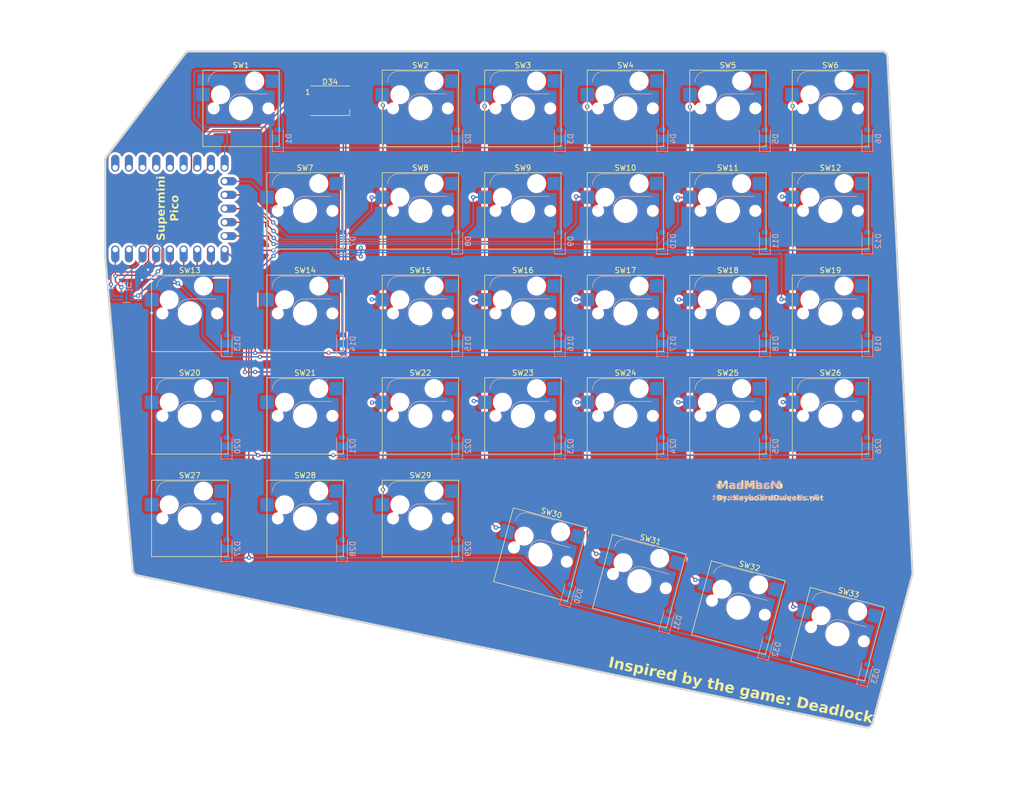
<source format=kicad_pcb>
(kicad_pcb (version 20221018) (generator pcbnew)
  (layers (0 "F.Cu" signal) (31 "B.Cu" signal) (34 "B.Paste" user) (35 "F.Paste" user) (36 "B.SilkS" user "B.Silkscreen") (37 "F.SilkS" user "F.Silkscreen") (38 "B.Mask" user) (39 "F.Mask" user) (44 "Edge.Cuts" user))
  (net 0 "")
  (net 1 "ROW0")
  (net 2 "Net-(D1-A)")
  (net 3 "Net-(D2-A)")
  (net 4 "Net-(D3-A)")
  (net 5 "Net-(D4-A)")
  (net 6 "Net-(D5-A)")
  (net 7 "Net-(D6-A)")
  (net 8 "ROW1")
  (net 9 "Net-(D7-A)")
  (net 10 "Net-(D8-A)")
  (net 11 "Net-(D9-A)")
  (net 12 "Net-(D10-A)")
  (net 13 "Net-(D11-A)")
  (net 14 "Net-(D12-A)")
  (net 15 "ROW2")
  (net 16 "Net-(D13-A)")
  (net 17 "Net-(D14-A)")
  (net 18 "Net-(D15-A)")
  (net 19 "Net-(D16-A)")
  (net 20 "Net-(D17-A)")
  (net 21 "Net-(D18-A)")
  (net 22 "Net-(D19-A)")
  (net 23 "ROW3")
  (net 24 "Net-(D20-A)")
  (net 25 "Net-(D21-A)")
  (net 26 "Net-(D22-A)")
  (net 27 "Net-(D23-A)")
  (net 28 "Net-(D24-A)")
  (net 29 "Net-(D25-A)")
  (net 30 "Net-(D26-A)")
  (net 31 "ROW4")
  (net 32 "Net-(D27-A)")
  (net 33 "Net-(D28-A)")
  (net 34 "Net-(D29-A)")
  (net 35 "Net-(D30-A)")
  (net 36 "Net-(D31-A)")
  (net 37 "Net-(D32-A)")
  (net 38 "Net-(D33-A)")
  (net 39 "GND")
  (net 40 "COL0")
  (net 41 "COL1")
  (net 42 "COL2")
  (net 43 "COL3")
  (net 44 "COL4")
  (net 45 "COL5")
  (net 46 "COL00")
  (net 55 "RGB")
  (net 56 "5v")
  (net 57 "RGBMCU")
  (net 58 "3v3")
  (footprint "PCM_Switch_Keyboard_Hotswap_Kailh:SW_Hotswap_Kailh_MX_1.25u" (layer "F.Cu") (at 88.10625 76.2)
    (fp_text reference "SW14")
    (fp_text value "SW_PUSH")
  )
  (footprint "PCM_Switch_Keyboard_Hotswap_Kailh:SW_Hotswap_Kailh_MX_1.00u" (layer "F.Cu") (at 66.675 76.2)
    (fp_text reference "SW13")
    (fp_text value "SW_PUSH")
  )
  (footprint "PCM_Switch_Keyboard_Hotswap_Kailh:SW_Hotswap_Kailh_MX_1.00u" (layer "F.Cu") (at 128.5875 95.25)
    (fp_text reference "SW23")
    (fp_text value "SW_PUSH")
  )
  (footprint "PCM_Switch_Keyboard_Hotswap_Kailh:SW_Hotswap_Kailh_MX_1.00u" (layer "F.Cu") (at 109.5375 38.1)
    (fp_text reference "SW2")
    (fp_text value "SW_PUSH")
  )
  (footprint "PCM_Switch_Keyboard_Hotswap_Kailh:SW_Hotswap_Kailh_MX_1.00u" (layer "F.Cu") (at 66.675 114.3)
    (fp_text reference "SW27")
    (fp_text value "SW_PUSH")
  )
  (footprint "PCM_Switch_Keyboard_Hotswap_Kailh:SW_Hotswap_Kailh_MX_1.00u" (layer "F.Cu") (at 166.6875 95.25)
    (fp_text reference "SW25")
    (fp_text value "SW_PUSH")
  )
  (footprint "PCM_Switch_Keyboard_Hotswap_Kailh:SW_Hotswap_Kailh_MX_1.00u" (layer "F.Cu") (at 109.5375 57.15)
    (fp_text reference "SW8")
    (fp_text value "SW_PUSH")
  )
  (footprint "PCM_Switch_Keyboard_Hotswap_Kailh:SW_Hotswap_Kailh_MX_1.50u_90deg" (layer "F.Cu") (at 187.02852 135.825122 -15)
    (fp_text reference "SW33")
    (fp_text value "SW_PUSH")
  )
  (footprint "PCM_Switch_Keyboard_Hotswap_Kailh:SW_Hotswap_Kailh_MX_1.00u" (layer "F.Cu") (at 109.5375 114.3)
    (fp_text reference "SW29")
    (fp_text value "SW_PUSH")
  )
  (footprint "PCM_Switch_Keyboard_Hotswap_Kailh:SW_Hotswap_Kailh_MX_1.00u" (layer "F.Cu") (at 128.5875 38.1)
    (fp_text reference "SW3")
    (fp_text value "SW_PUSH")
  )
  (footprint "PCM_Switch_Keyboard_Hotswap_Kailh:SW_Hotswap_Kailh_MX_1.00u" (layer "F.Cu") (at 109.5375 95.25)
    (fp_text reference "SW22")
    (fp_text value "SW_PUSH")
  )
  (footprint "PCM_Switch_Keyboard_Hotswap_Kailh:SW_Hotswap_Kailh_MX_1.00u" (layer "F.Cu") (at 66.675 95.25)
    (fp_text reference "SW20")
    (fp_text value "SW_PUSH")
  )
  (footprint "PCM_Switch_Keyboard_Hotswap_Kailh:SW_Hotswap_Kailh_MX_1.25u" (layer "F.Cu") (at 88.10625 95.25)
    (fp_text reference "SW21")
    (fp_text value "SW_PUSH")
  )
  (footprint "PCM_Switch_Keyboard_Hotswap_Kailh:SW_Hotswap_Kailh_MX_1.00u" (layer "F.Cu") (at 109.5375 76.2)
    (fp_text reference "SW15")
    (fp_text value "SW_PUSH")
  )
  (footprint "PCM_Switch_Keyboard_Hotswap_Kailh:SW_Hotswap_Kailh_MX_1.25u" (layer "F.Cu") (at 88.10625 57.15)
    (fp_text reference "SW7")
    (fp_text value "SW_PUSH")
  )
  (footprint "PCM_Switch_Keyboard_Hotswap_Kailh:SW_Hotswap_Kailh_MX_1.00u" (layer "F.Cu") (at 185.7375 76.2)
    (fp_text reference "SW19")
    (fp_text value "SW_PUSH")
  )
  (footprint "PCM_Switch_Keyboard_Hotswap_Kailh:SW_Hotswap_Kailh_MX_1.00u" (layer "F.Cu") (at 185.7375 95.25)
    (fp_text reference "SW26")
    (fp_text value "SW_PUSH")
  )
  (footprint "PCM_Switch_Keyboard_Hotswap_Kailh:SW_Hotswap_Kailh_MX_1.00u" (layer "F.Cu") (at 128.5875 76.2)
    (fp_text reference "SW16")
    (fp_text value "SW_PUSH")
  )
  (footprint "PCM_Switch_Keyboard_Hotswap_Kailh:SW_Hotswap_Kailh_MX_1.50u_90deg" (layer "F.Cu") (at 168.627633 130.89462 -15)
    (fp_text reference "SW32")
    (fp_text value "SW_PUSH")
  )
  (footprint "PCM_Switch_Keyboard_Hotswap_Kailh:SW_Hotswap_Kailh_MX_1.50u_90deg" (layer "F.Cu") (at 131.825859 121.033614 -15)
    (fp_text reference "SW30")
    (fp_text value "SW_PUSH")
  )
  (footprint "PCM_Switch_Keyboard_Hotswap_Kailh:SW_Hotswap_Kailh_MX_1.00u" (layer "F.Cu") (at 166.6875 57.15)
    (fp_text reference "SW11")
    (fp_text value "SW_PUSH")
  )
  (footprint "PCM_Switch_Keyboard_Hotswap_Kailh:SW_Hotswap_Kailh_MX_1.00u" (layer "F.Cu") (at 147.6375 76.2)
    (fp_text reference "SW17")
    (fp_text value "SW_PUSH")
  )
  (footprint "PCM_Switch_Keyboard_Hotswap_Kailh:SW_Hotswap_Kailh_MX_1.00u" (layer "F.Cu") (at 185.7375 57.15)
    (fp_text reference "SW12")
    (fp_text value "SW_PUSH")
  )
  (footprint "PCM_Switch_Keyboard_Hotswap_Kailh:SW_Hotswap_Kailh_MX_1.00u" (layer "F.Cu") (at 128.5875 57.15)
    (fp_text reference "SW9")
    (fp_text value "SW_PUSH")
  )
  (footprint "PCM_Switch_Keyboard_Hotswap_Kailh:SW_Hotswap_Kailh_MX_1.50u_90deg" (layer "F.Cu") (at 150.226746 125.964117 -15)
    (fp_text reference "SW31")
    (fp_text value "SW_PUSH")
  )
  (footprint "PCM_Switch_Keyboard_Hotswap_Kailh:SW_Hotswap_Kailh_MX_1.25u" (layer "F.Cu") (at 88.10625 114.3)
    (fp_text reference "SW28")
    (fp_text value "SW_PUSH")
  )
  (footprint "PCM_Switch_Keyboard_Hotswap_Kailh:SW_Hotswap_Kailh_MX_1.00u" (layer "F.Cu") (at 185.7375 38.1)
    (fp_text reference "SW6")
    (fp_text value "SW_PUSH")
  )
  (footprint "mcu:rp2040-zero-tht-nocut-largerpads" (layer "F.Cu") (at 62.99 56.72 90)
    (fp_text reference "U1" hide)
    (fp_text value "rp2040-zero" hide)
  )
  (footprint "PCM_Switch_Keyboard_Hotswap_Kailh:SW_Hotswap_Kailh_MX_1.00u" (layer "F.Cu") (at 166.6875 38.1)
    (fp_text reference "SW5")
    (fp_text value "SW_PUSH")
  )
  (footprint "PCM_Switch_Keyboard_Hotswap_Kailh:SW_Hotswap_Kailh_MX_1.00u" (layer "F.Cu") (at 76.2 38.1)
    (fp_text reference "SW1")
    (fp_text value "SW_PUSH")
  )
  (footprint "PCM_Switch_Keyboard_Hotswap_Kailh:SW_Hotswap_Kailh_MX_1.00u" (layer "F.Cu") (at 147.6375 57.15)
    (fp_text reference "SW10")
    (fp_text value "SW_PUSH")
  )
  (footprint "PCM_Switch_Keyboard_Hotswap_Kailh:SW_Hotswap_Kailh_MX_1.00u" (layer "F.Cu") (at 147.6375 38.1)
    (fp_text reference "SW4")
    (fp_text value "SW_PUSH")
  )
  (footprint "LED_SMD:LED_WS2812B_PLCC4_5.0x5.0mm_P3.2mm" (layer "F.Cu") (at 92.76 36.68)
    (fp_text reference "D34")
    (fp_text value "WS2812B")
  )
  (footprint "PCM_Switch_Keyboard_Hotswap_Kailh:SW_Hotswap_Kailh_MX_1.00u" (layer "F.Cu") (at 147.6375 95.25)
    (fp_text reference "SW24")
    (fp_text value "SW_PUSH")
  )
  (footprint "PCM_Switch_Keyboard_Hotswap_Kailh:SW_Hotswap_Kailh_MX_1.00u" (layer "F.Cu") (at 166.6875 76.2)
    (fp_text reference "SW18")
    (fp_text value "SW_PUSH")
  )
  (footprint "Diode_SMD:D_SOD-123" (layer "B.Cu") (at 135.4475 62.79 90)
    (fp_text reference "D9")
    (fp_text value "1N4148W")
  )
  (footprint "Diode_SMD:D_SOD-123" (layer "B.Cu") (at 192.5975 43.74 90)
    (fp_text reference "D6")
    (fp_text value "1N4148W")
  )
  (footprint "Diode_SMD:D_SOD-123" (layer "B.Cu") (at 73.535 119.94 90)
    (fp_text reference "D27")
    (fp_text value "1N4148W")
  )
  (footprint "Diode_SMD:D_SOD-123" (layer "B.Cu") (at 116.3975 81.84 90)
    (fp_text reference "D15")
    (fp_text value "1N4148W")
  )
  (footprint "Diode_SMD:D_SOD-123" (layer "B.Cu") (at 83.06 43.74 90)
    (fp_text reference "D1")
    (fp_text value "1N4148W")
  )
  (footprint "Diode_SMD:D_SOD-123" (layer "B.Cu") (at 173.794144 138.11794 75)
    (fp_text reference "D32")
    (fp_text value "1N4148W")
  )
  (footprint "Diode_SMD:D_SOD-123" (layer "B.Cu") (at 116.3975 100.89 90)
    (fp_text reference "D22")
    (fp_text value "1N4148W")
  )
  (footprint "Diode_SMD:D_SOD-123" (layer "B.Cu") (at 192.5975 100.89 90)
    (fp_text reference "D26")
    (fp_text value "1N4148W")
  )
  (footprint "Package_TO_SOT_SMD:SOT-363_SC-70-6" (layer "B.Cu") (at 54.93 72.99 180)
    (fp_text reference "U2")
    (fp_text value "SN74LVC1T45DCK")
  )
  (footprint "Diode_SMD:D_SOD-123" (layer "B.Cu") (at 94.96625 62.79 90)
    (fp_text reference "D7")
    (fp_text value "1N4148W")
  )
  (footprint "Diode_SMD:D_SOD-123" (layer "B.Cu") (at 94.96625 100.89 90)
    (fp_text reference "D21")
    (fp_text value "1N4148W")
  )
  (footprint "Diode_SMD:D_SOD-123" (layer "B.Cu") (at 116.3975 119.94 90)
    (fp_text reference "D29")
    (fp_text value "1N4148W")
  )
  (footprint "Diode_SMD:D_SOD-123" (layer "B.Cu") (at 173.5475 100.89 90)
    (fp_text reference "D25")
    (fp_text value "1N4148W")
  )
  (footprint "Diode_SMD:D_SOD-123" (layer "B.Cu") (at 116.3975 62.79 90)
    (fp_text reference "D8")
    (fp_text value "1N4148W")
  )
  (footprint "Diode_SMD:D_SOD-123" (layer "B.Cu") (at 173.5475 62.79 90)
    (fp_text reference "D11")
    (fp_text value "1N4148W")
  )
  (footprint "Diode_SMD:D_SOD-123" (layer "B.Cu") (at 135.4475 43.74 90)
    (fp_text reference "D3")
    (fp_text value "1N4148W")
  )
  (footprint "Diode_SMD:D_SOD-123" (layer "B.Cu") (at 135.4475 100.89 90)
    (fp_text reference "D23")
    (fp_text value "1N4148W")
  )
  (footprint "Diode_SMD:D_SOD-123" (layer "B.Cu") (at 116.3975 43.74 90)
    (fp_text reference "D2")
    (fp_text value "1N4148W")
  )
  (footprint "Diode_SMD:D_SOD-123" (layer "B.Cu") (at 154.4975 100.89 90)
    (fp_text reference "D24")
    (fp_text value "1N4148W")
  )
  (footprint "Diode_SMD:D_SOD-123" (layer "B.Cu") (at 173.5475 43.74 90)
    (fp_text reference "D5")
    (fp_text value "1N4148W")
  )
  (footprint "Diode_SMD:D_SOD-123" (layer "B.Cu") (at 154.4975 43.74 90)
    (fp_text reference "D4")
    (fp_text value "1N4148W")
  )
  (footprint "Diode_SMD:D_SOD-123" (layer "B.Cu") (at 136.99237 128.256934 75)
    (fp_text reference "D30")
    (fp_text value "1N4148W")
  )
  (footprint "Diode_SMD:D_SOD-123" (layer "B.Cu") (at 192.5975 81.84 90)
    (fp_text reference "D19")
    (fp_text value "1N4148W")
  )
  (footprint "Diode_SMD:D_SOD-123" (layer "B.Cu") (at 192.5975 62.79 90)
    (fp_text reference "D12")
    (fp_text value "1N4148W")
  )
  (footprint "Diode_SMD:D_SOD-123" (layer "B.Cu") (at 73.535 100.89 90)
    (fp_text reference "D20")
    (fp_text value "1N4148W")
  )
  (footprint "Diode_SMD:D_SOD-123" (layer "B.Cu") (at 155.393257 133.187437 75)
    (fp_text reference "D31")
    (fp_text value "1N4148W")
  )
  (footprint "Diode_SMD:D_SOD-123" (layer "B.Cu") (at 154.4975 81.84 90)
    (fp_text reference "D17")
    (fp_text value "1N4148W")
  )
  (footprint "Diode_SMD:D_SOD-123" (layer "B.Cu") (at 154.4975 62.79 90)
    (fp_text reference "D10")
    (fp_text value "1N4148W")
  )
  (footprint "Diode_SMD:D_SOD-123" (layer "B.Cu") (at 173.5475 81.84 90)
    (fp_text reference "D18")
    (fp_text value "1N4148W")
  )
  (footprint "Diode_SMD:D_SOD-123" (layer "B.Cu") (at 73.535 81.84 90)
    (fp_text reference "D13")
    (fp_text value "1N4148W")
  )
  (footprint "Diode_SMD:D_SOD-123" (layer "B.Cu") (at 192.195031 143.048442 75)
    (fp_text reference "D33")
    (fp_text value "1N4148W")
  )
  (footprint "Diode_SMD:D_SOD-123" (layer "B.Cu") (at 135.4475 81.84 90)
    (fp_text reference "D16")
    (fp_text value "1N4148W")
  )
  (footprint "Diode_SMD:D_SOD-123" (layer "B.Cu") (at 94.96625 81.84 90)
    (fp_text reference "D14")
    (fp_text value "1N4148W")
  )
  (footprint "Diode_SMD:D_SOD-123" (layer "B.Cu") (at 94.96625 119.94 90)
    (fp_text reference "D28")
    (fp_text value "1N4148W")
  )
  (gr_line (start 196.148532 27.97028) (end 196.236384 28.182379) (stroke (width 0.4)) (layer "Edge.Cuts"))
  (gr_line (start 51.120266 47.180526) (end 65.922613 27.824356) (stroke (width 0.4)) (layer "Edge.Cuts"))
  (gr_line (start 196.236384 28.182379) (end 196.236386 28.182384) (stroke (width 0.4)) (layer "Edge.Cuts"))
  (gr_line (start 195.461404 27.52088) (end 195.655116 27.601114) (stroke (width 0.4)) (layer "Edge.Cuts"))
  (gr_line (start 56.757379 124.798884) (end 56.54528 124.711032) (stroke (width 0.4)) (layer "Edge.Cuts"))
  (gr_line (start 192.479069 153.156944) (end 56.853894 124.83886) (stroke (width 0.4)) (layer "Edge.Cuts"))
  (gr_line (start 193.370164 152.722346) (end 193.23041 152.904478) (stroke (width 0.4)) (layer "Edge.Cuts"))
  (gr_line (start 193.370184 152.72232) (end 193.370164 152.722346) (stroke (width 0.4)) (layer "Edge.Cuts"))
  (gr_line (start 56.113227 124.065785) (end 50.975056 65.773988) (stroke (width 0.4)) (layer "Edge.Cuts"))
  (gr_line (start 50.975056 65.773988) (end 50.975056 47.53109) (stroke (width 0.4)) (layer "Edge.Cuts"))
  (gr_line (start 192.658256 153.133358) (end 192.479069 153.156944) (stroke (width 0.4)) (layer "Edge.Cuts"))
  (gr_line (start 66.476096 27.52088) (end 195.461404 27.52088) (stroke (width 0.4)) (layer "Edge.Cuts"))
  (gr_line (start 56.757384 124.798886) (end 56.757379 124.798884) (stroke (width 0.4)) (layer "Edge.Cuts"))
  (gr_line (start 56.176116 124.217621) (end 56.176114 124.217616) (stroke (width 0.4)) (layer "Edge.Cuts"))
  (gr_line (start 195.655116 27.601114) (end 195.655121 27.601116) (stroke (width 0.4)) (layer "Edge.Cuts"))
  (gr_line (start 56.263968 124.42972) (end 56.176116 124.217621) (stroke (width 0.4)) (layer "Edge.Cuts"))
  (gr_line (start 65.922613 27.824356) (end 66.13204 27.663387) (stroke (width 0.4)) (layer "Edge.Cuts"))
  (gr_line (start 56.176114 124.217616) (end 56.113227 124.065785) (stroke (width 0.4)) (layer "Edge.Cuts"))
  (gr_line (start 51.056126 47.335368) (end 51.120266 47.180526) (stroke (width 0.4)) (layer "Edge.Cuts"))
  (gr_line (start 192.885877 153.103393) (end 192.658269 153.133356) (stroke (width 0.4)) (layer "Edge.Cuts"))
  (gr_line (start 200.985533 124.611424) (end 193.497811 152.555981) (stroke (width 0.4)) (layer "Edge.Cuts"))
  (gr_line (start 193.23041 152.904478) (end 192.885877 153.103393) (stroke (width 0.4)) (layer "Edge.Cuts"))
  (gr_line (start 195.655121 27.601116) (end 195.86722 27.688968) (stroke (width 0.4)) (layer "Edge.Cuts"))
  (gr_line (start 50.975056 47.53109) (end 51.056119 47.335384) (stroke (width 0.4)) (layer "Edge.Cuts"))
  (gr_line (start 193.497811 152.555981) (end 193.370184 152.72232) (stroke (width 0.4)) (layer "Edge.Cuts"))
  (gr_line (start 66.282384 27.601114) (end 66.476096 27.52088) (stroke (width 0.4)) (layer "Edge.Cuts"))
  (gr_line (start 196.307005 28.352881) (end 200.985533 124.611424) (stroke (width 0.4)) (layer "Edge.Cuts"))
  (gr_line (start 66.13204 27.663387) (end 66.282379 27.601116) (stroke (width 0.4)) (layer "Edge.Cuts"))
  (gr_line (start 192.658269 153.133356) (end 192.658256 153.133358) (stroke (width 0.4)) (layer "Edge.Cuts"))
  (gr_line (start 196.236386 28.182384) (end 196.307005 28.352881) (stroke (width 0.4)) (layer "Edge.Cuts"))
  (gr_line (start 56.853894 124.83886) (end 56.757384 124.798886) (stroke (width 0.4)) (layer "Edge.Cuts"))
  (gr_line (start 66.282379 27.601116) (end 66.282384 27.601114) (stroke (width 0.4)) (layer "Edge.Cuts"))
  (gr_line (start 51.056119 47.335384) (end 51.056126 47.335368) (stroke (width 0.4)) (layer "Edge.Cuts"))
  (gr_line (start 56.54528 124.711032) (end 56.263968 124.42972) (stroke (width 0.4)) (layer "Edge.Cuts"))
  (gr_line (start 195.86722 27.688968) (end 196.148532 27.97028) (stroke (width 0.4)) (layer "Edge.Cuts"))
  (gr_text "MadMacro" (at 176.66 109.08) (layer "B.SilkS") (effects (font (size 1.5 1.5) (thickness 0.3) bold) (justify left bottom mirror)))
  (gr_text "By: KeyboardDweebs.net" (at 183.63 111.04) (layer "B.SilkS") (effects (font (size 1 1) (thickness 0.2) bold) (justify left bottom mirror)))
  (gr_text "Inspired by the game: Deadlock" (at 144.26 142.23 -12) (layer "F.SilkS") (effects (font (size 2 2)) (justify left bottom)))
  (gr_text "By: KeyboardDweebs.net" (at 164.58 111.13) (layer "F.SilkS") (effects (font (size 1 1) (thickness 0.2) bold) (justify left bottom)))
  (gr_text "MadMacro" (at 164.72 109.07) (layer "F.SilkS") (effects (font (size 1.5 1.5) (thickness 0.3) bold) (justify left bottom)))
  (gr_text "Supermini\nPico" (at 64.8 56.66 90) (layer "F.SilkS") (effects (font (size 1.5 1.5) (thickness 0.3) bold) (justify bottom)))
  (segment (start 83.642 35.048) (end 83.642 31.781827) (width 0.25) (layer "B.Cu") (net 1))
  (segment (start 135.4475 45.39) (end 154.4975 45.39) (width 0.25) (layer "B.Cu") (net 1))
  (segment (start 154.4975 45.39) (end 173.5475 45.39) (width 0.25) (layer "B.Cu") (net 1))
  (segment (start 73.17 49.08) (end 73.15 49.1) (width 0.25) (layer "B.Cu") (net 1))
  (segment (start 83.985 39.785) (end 83.53 39.33) (width 0.25) (layer "B.Cu") (net 1))
  (segment (start 83.06 45.39) (end 116.3975 45.39) (width 0.25) (layer "B.Cu") (net 1))
  (segment (start 154.4975 45.39) (end 173.5475 45.39) (width 0.25) (layer "B.Cu") (net 1))
  (segment (start 173.5475 45.39) (end 192.5975 45.39) (width 0.25) (layer "B.Cu") (net 1))
  (segment (start 82.980173 31.12) (end 67.82 31.12) (width 0.25) (layer "B.Cu") (net 1))
  (segment (start 83.53 39.33) (end 83.53 35.16) (width 0.25) (layer "B.Cu") (net 1))
  (segment (start 73.17 45.06) (end 73.17 49.08) (width 0.25) (layer "B.Cu") (net 1))
  (segment (start 73.62 42.44) (end 73.62 44.61) (width 0.25) (layer "B.Cu") (net 1))
  (segment (start 83.53 35.16) (end 83.642 35.048) (width 0.25) (layer "B.Cu") (net 1))
  (segment (start 83.642 31.781827) (end 82.980173 31.12) (width 0.25) (layer "B.Cu") (net 1))
  (segment (start 83.985 44.465) (end 83.985 39.785) (width 0.25) (layer "B.Cu") (net 1))
  (segment (start 67.515 31.425) (end 67.515 40.081396) (width 0.25) (layer "B.Cu") (net 1))
  (segment (start 116.3975 45.39) (end 135.4475 45.39) (width 0.25) (layer "B.Cu") (net 1))
  (segment (start 67.515 40.081396) (end 69.873604 42.44) (width 0.25) (layer "B.Cu") (net 1))
  (segment (start 135.4475 45.39) (end 154.4975 45.39) (width 0.25) (layer "B.Cu") (net 1))
  (segment (start 116.3975 45.39) (end 135.4475 45.39) (width 0.25) (layer "B.Cu") (net 1))
  (segment (start 173.5475 45.39) (end 192.5975 45.39) (width 0.25) (layer "B.Cu") (net 1))
  (segment (start 69.873604 42.44) (end 73.62 42.44) (width 0.25) (layer "B.Cu") (net 1))
  (segment (start 67.82 31.12) (end 67.515 31.425) (width 0.25) (layer "B.Cu") (net 1))
  (segment (start 73.62 44.61) (end 73.17 45.06) (width 0.25) (layer "B.Cu") (net 1))
  (segment (start 83.06 45.39) (end 116.3975 45.39) (width 0.25) (layer "B.Cu") (net 1))
  (segment (start 83.06 45.39) (end 83.985 44.465) (width 0.25) (layer "B.Cu") (net 1))
  (segment (start 82.042 33.02) (end 83.06 34.038) (width 0.25) (layer "B.Cu") (net 2))
  (segment (start 83.06 34.038) (end 83.06 42.09) (width 0.25) (layer "B.Cu") (net 2))
  (segment (start 116.3975 34.038) (end 116.3975 42.09) (width 0.25) (layer "B.Cu") (net 3))
  (segment (start 116.3975 34.038) (end 116.3975 42.09) (width 0.25) (layer "B.Cu") (net 3))
  (segment (start 115.3795 33.02) (end 116.3975 34.038) (width 0.25) (layer "B.Cu") (net 3))
  (segment (start 115.3795 33.02) (end 116.3975 34.038) (width 0.25) (layer "B.Cu") (net 3))
  (segment (start 134.4295 33.02) (end 135.4475 34.038) (width 0.25) (layer "B.Cu") (net 4))
  (segment (start 135.4475 34.038) (end 135.4475 42.09) (width 0.25) (layer "B.Cu") (net 4))
  (segment (start 135.4475 34.038) (end 135.4475 42.09) (width 0.25) (layer "B.Cu") (net 4))
  (segment (start 134.4295 33.02) (end 135.4475 34.038) (width 0.25) (layer "B.Cu") (net 4))
  (segment (start 153.4795 33.02) (end 154.4975 34.038) (width 0.25) (layer "B.Cu") (net 5))
  (segment (start 153.4795 33.02) (end 154.4975 34.038) (width 0.25) (layer "B.Cu") (net 5))
  (segment (start 154.4975 34.038) (end 154.4975 42.09) (width 0.25) (layer "B.Cu") (net 5))
  (segment (start 154.4975 34.038) (end 154.4975 42.09) (width 0.25) (layer "B.Cu") (net 5))
  (segment (start 172.5295 33.02) (end 173.5475 34.038) (width 0.25) (layer "B.Cu") (net 6))
  (segment (start 173.5475 34.038) (end 173.5475 42.09) (width 0.25) (layer "B.Cu") (net 6))
  (segment (start 172.5295 33.02) (end 173.5475 34.038) (width 0.25) (layer "B.Cu") (net 6))
  (segment (start 173.5475 34.038) (end 173.5475 42.09) (width 0.25) (layer "B.Cu") (net 6))
  (segment (start 191.5795 33.02) (end 192.5975 34.038) (width 0.25) (layer "B.Cu") (net 7))
  (segment (start 192.5975 34.038) (end 192.5975 42.09) (width 0.25) (layer "B.Cu") (net 7))
  (segment (start 191.5795 33.02) (end 192.5975 34.038) (width 0.25) (layer "B.Cu") (net 7))
  (segment (start 192.5975 34.038) (end 192.5975 42.09) (width 0.25) (layer "B.Cu") (net 7))
  (segment (start 80.415377 67.32) (end 70.77 67.32) (width 0.25) (layer "F.Cu") (net 8))
  (segment (start 70.77 67.32) (end 70.73 67.28) (width 0.25) (layer "F.Cu") (net 8))
  (segment (start 82.236543 65.498834) (end 80.415377 67.32) (width 0.25) (layer "F.Cu") (net 8))
  (segment (start 98.48 64.0245) (end 98.48 65.6145) (width 0.25) (layer "F.Cu") (net 8))
  (segment (start 70.73 64.46) (end 70.61 64.34) (width 0.25) (layer "F.Cu") (net 8))
  (segment (start 70.73 67.28) (end 70.73 64.46) (width 0.25) (layer "F.Cu") (net 8))
  (via (at 82.236543 65.498834) (size 0.8) (drill 0.4) (layers "F.Cu" "B.Cu") (net 8))
  (via (at 98.48 64.0245) (size 0.8) (drill 0.4) (layers "F.Cu" "B.Cu") (net 8))
  (via (at 98.48 65.6145) (size 0.8) (drill 0.4) (layers "F.Cu" "B.Cu") (net 8))
  (segment (start 173.5475 64.44) (end 192.5975 64.44) (width 0.25) (layer "B.Cu") (net 8))
  (segment (start 135.4475 64.44) (end 154.4975 64.44) (width 0.25) (layer "B.Cu") (net 8))
  (segment (start 135.4475 64.44) (end 154.4975 64.44) (width 0.25) (layer "B.Cu") (net 8))
  (segment (start 173.5475 64.44) (end 192.5975 64.44) (width 0.25) (layer "B.Cu") (net 8))
  (segment (start 83.313604 64.2) (end 83.313604 64.421773) (width 0.25) (layer "B.Cu") (net 8))
  (segment (start 98.48 65.43) (end 98.39 65.34) (width 0.25) (layer "B.Cu") (net 8))
  (segment (start 92.83 64.317963) (end 92.83 64.2) (width 0.25) (layer "B.Cu") (net 8))
  (segment (start 154.4975 64.44) (end 173.5475 64.44) (width 0.25) (layer "B.Cu") (net 8))
  (segment (start 92.83 64.2) (end 84.73 64.2) (width 0.25) (layer "B.Cu") (net 8))
  (segment (start 116.3975 64.44) (end 135.4475 64.44) (width 0.25) (layer "B.Cu") (net 8))
  (segment (start 116.3975 64.44) (end 135.4475 64.44) (width 0.25) (layer "B.Cu") (net 8))
  (segment (start 98.48 64.44) (end 98.48 64.0245) (width 0.25) (layer "B.Cu") (net 8))
  (segment (start 93.216018 64.703981) (end 92.83 64.317963) (width 0.25) (layer "B.Cu") (net 8))
  (segment (start 98.39 65.34) (end 97.44 65.34) (width 0.25) (layer "B.Cu") (net 8))
  (segment (start 98.48 65.6145) (end 98.48 65.43) (width 0.25) (layer "B.Cu") (net 8))
  (segment (start 97.44 65.34) (end 97.1 65.34) (width 0.25) (layer "B.Cu") (net 8))
  (segment (start 94.177037 65.665) (end 93.216018 64.703981) (width 0.25) (layer "B.Cu") (net 8))
  (segment (start 84.73 64.2) (end 83.313604 64.2) (width 0.25) (layer "B.Cu") (net 8))
  (segment (start 96.775 65.665) (end 94.177037 65.665) (width 0.25) (layer "B.Cu") (net 8))
  (segment (start 94.96625 64.44) (end 116.3975 64.44) (width 0.25) (layer "B.Cu") (net 8))
  (segment (start 154.4975 64.44) (end 173.5475 64.44) (width 0.25) (layer "B.Cu") (net 8))
  (segment (start 98.48 64.44) (end 116.3975 64.44) (width 0.25) (layer "B.Cu") (net 8))
  (segment (start 83.313604 64.421773) (end 82.236543 65.498834) (width 0.25) (layer "B.Cu") (net 8))
  (segment (start 97.1 65.34) (end 96.775 65.665) (width 0.25) (layer "B.Cu") (net 8))
  (segment (start 94.96625 64.44) (end 98.48 64.44) (width 0.25) (layer "B.Cu") (net 8))
  (segment (start 93.94825 52.07) (end 94.96625 53.088) (width 0.25) (layer "B.Cu") (net 9))
  (segment (start 94.96625 53.088) (end 94.96625 61.14) (width 0.25) (layer "B.Cu") (net 9))
  (segment (start 94.96625 53.088) (end 94.96625 61.14) (width 0.25) (layer "B.Cu") (net 9))
  (segment (start 93.94825 52.07) (end 94.96625 53.088) (width 0.25) (layer "B.Cu") (net 9))
  (segment (start 116.3975 53.088) (end 116.3975 61.14) (width 0.25) (layer "B.Cu") (net 10))
  (segment (start 116.3975 53.088) (end 116.3975 61.14) (width 0.25) (layer "B.Cu") (net 10))
  (segment (start 115.3795 52.07) (end 116.3975 53.088) (width 0.25) (layer "B.Cu") (net 10))
  (segment (start 115.3795 52.07) (end 116.3975 53.088) (width 0.25) (layer "B.Cu") (net 10))
  (segment (start 134.4295 52.07) (end 135.4475 53.088) (width 0.25) (layer "B.Cu") (net 11))
  (segment (start 135.4475 53.088) (end 135.4475 61.14) (width 0.25) (layer "B.Cu") (net 11))
  (segment (start 135.4475 53.088) (end 135.4475 61.14) (width 0.25) (layer "B.Cu") (net 11))
  (segment (start 134.4295 52.07) (end 135.4475 53.088) (width 0.25) (layer "B.Cu") (net 11))
  (segment (start 154.4975 53.088) (end 154.4975 61.14) (width 0.25) (layer "B.Cu") (net 12))
  (segment (start 154.4975 53.088) (end 154.4975 61.14) (width 0.25) (layer "B.Cu") (net 12))
  (segment (start 153.4795 52.07) (end 154.4975 53.088) (width 0.25) (layer "B.Cu") (net 12))
  (segment (start 153.4795 52.07) (end 154.4975 53.088) (width 0.25) (layer "B.Cu") (net 12))
  (segment (start 172.5295 52.07) (end 173.5475 53.088) (width 0.25) (layer "B.Cu") (net 13))
  (segment (start 173.5475 53.088) (end 173.5475 61.14) (width 0.25) (layer "B.Cu") (net 13))
  (segment (start 172.5295 52.07) (end 173.5475 53.088) (width 0.25) (layer "B.Cu") (net 13))
  (segment (start 173.5475 53.088) (end 173.5475 61.14) (width 0.25) (layer "B.Cu") (net 13))
  (segment (start 192.5975 53.088) (end 192.5975 61.14) (width 0.25) (layer "B.Cu") (net 14))
  (segment (start 192.5975 53.088) (end 192.5975 61.14) (width 0.25) (layer "B.Cu") (net 14))
  (segment (start 191.5795 52.07) (end 192.5975 53.088) (width 0.25) (layer "B.Cu") (net 14))
  (segment (start 191.5795 52.07) (end 192.5975 53.088) (width 0.25) (layer "B.Cu") (net 14))
  (segment (start 78.83 83.55) (end 78.83 68) (width 0.25) (layer "F.Cu") (net 15))
  (segment (start 78.6 67.77) (end 68.12 67.77) (width 0.25) (layer "F.Cu") (net 15))
  (segment (start 78.83 68) (end 78.6 67.77) (width 0.25) (layer "F.Cu") (net 15))
  (segment (start 78.83 83.55) (end 92.46 83.55) (width 0.25) (layer "F.Cu") (net 15))
  (segment (start 68.06 67.71) (end 68.06 64.35) (width 0.25) (layer "F.Cu") (net 15))
  (segment (start 92.46 83.55) (end 92.48 83.53) (width 0.25) (layer "F.Cu") (net 15))
  (segment (start 68.12 67.77) (end 68.06 67.71) (width 0.25) (layer "F.Cu") (net 15))
  (segment (start 68.06 64.35) (end 68.07 64.34) (width 0.25) (layer "F.Cu") (net 15))
  (via (at 78.83 83.55) (size 0.8) (drill 0.4) (layers "F.Cu" "B.Cu") (net 15))
  (via (at 92.48 83.53) (size 0.8) (drill 0.4) (layers "F.Cu" "B.Cu") (net 15))
  (segment (start 154.4975 83.49) (end 173.5475 83.49) (width 0.25) (layer "B.Cu") (net 15))
  (segment (start 78.77 83.49) (end 78.83 83.55) (width 0.25) (layer "B.Cu") (net 15))
  (segment (start 154.4975 83.49) (end 173.5475 83.49) (width 0.25) (layer "B.Cu") (net 15))
  (segment (start 173.5475 83.49) (end 192.5975 83.49) (width 0.25) (layer "B.Cu") (net 15))
  (segment (start 92.48 83.53) (end 94.92625 83.53) (width 0.25) (layer "B.Cu") (net 15))
  (segment (start 173.5475 83.49) (end 192.5975 83.49) (width 0.25) (layer "B.Cu") (net 15))
  (segment (start 94.96625 83.49) (end 116.3975 83.49) (width 0.25) (layer "B.Cu") (net 15))
  (segment (start 94.92625 83.53) (end 94.96625 83.49) (width 0.25) (layer "B.Cu") (net 15))
  (segment (start 135.4475 83.49) (end 154.4975 83.49) (width 0.25) (layer "B.Cu") (net 15))
  (segment (start 73.535 83.49) (end 78.77 83.49) (width 0.25) (layer "B.Cu") (net 15))
  (segment (start 116.3975 83.49) (end 135.4475 83.49) (width 0.25) (layer "B.Cu") (net 15))
  (segment (start 94.96625 83.49) (end 116.3975 83.49) (width 0.25) (layer "B.Cu") (net 15))
  (segment (start 135.4475 83.49) (end 154.4975 83.49) (width 0.25) (layer "B.Cu") (net 15))
  (segment (start 116.3975 83.49) (end 135.4475 83.49) (width 0.25) (layer "B.Cu") (net 15))
  (segment (start 73.535 72.138) (end 73.535 80.19) (width 0.25) (layer "B.Cu") (net 16))
  (segment (start 73.535 72.138) (end 73.535 80.19) (width 0.25) (layer "B.Cu") (net 16))
  (segment (start 72.517 71.12) (end 73.535 72.138) (width 0.25) (layer "B.Cu") (net 16))
  (segment (start 72.517 71.12) (end 73.535 72.138) (width 0.25) (layer "B.Cu") (net 16))
  (segment (start 94.96625 72.138) (end 94.96625 80.19) (width 0.25) (layer "B.Cu") (net 17))
  (segment (start 93.94825 71.12) (end 94.96625 72.138) (width 0.25) (layer "B.Cu") (net 17))
  (segment (start 94.96625 72.138) (end 94.96625 80.19) (width 0.25) (layer "B.Cu") (net 17))
  (segment (start 93.94825 71.12) (end 94.96625 72.138) (width 0.25) (layer "B.Cu") (net 17))
  (segment (start 115.3795 71.12) (end 116.3975 72.138) (width 0.25) (layer "B.Cu") (net 18))
  (segment (start 116.3975 72.138) (end 116.3975 80.19) (width 0.25) (layer "B.Cu") (net 18))
  (segment (start 116.3975 72.138) (end 116.3975 80.19) (width 0.25) (layer "B.Cu") (net 18))
  (segment (start 115.3795 71.12) (end 116.3975 72.138) (width 0.25) (layer "B.Cu") (net 18))
  (segment (start 134.4295 71.12) (end 135.4475 72.138) (width 0.25) (layer "B.Cu") (net 19))
  (segment (start 135.4475 72.138) (end 135.4475 80.19) (width 0.25) (layer "B.Cu") (net 19))
  (segment (start 135.4475 72.138) (end 135.4475 80.19) (width 0.25) (layer "B.Cu") (net 19))
  (segment (start 134.4295 71.12) (end 135.4475 72.138) (width 0.25) (layer "B.Cu") (net 19))
  (segment (start 154.4975 72.138) (end 154.4975 80.19) (width 0.25) (layer "B.Cu") (net 20))
  (segment (start 153.4795 71.12) (end 154.4975 72.138) (width 0.25) (layer "B.Cu") (net 20))
  (segment (start 153.4795 71.12) (end 154.4975 72.138) (width 0.25) (layer "B.Cu") (net 20))
  (segment (start 154.4975 72.138) (end 154.4975 80.19) (width 0.25) (layer "B.Cu") (net 20))
  (segment (start 172.5295 71.12) (end 173.5475 72.138) (width 0.25) (layer "B.Cu") (net 21))
  (segment (start 173.5475 72.138) (end 173.5475 80.19) (width 0.25) (layer "B.Cu") (net 21))
  (segment (start 173.5475 72.138) (end 173.5475 80.19) (width 0.25) (layer "B.Cu") (net 21))
  (segment (start 172.5295 71.12) (end 173.5475 72.138) (width 0.25) (layer "B.Cu") (net 21))
  (segment (start 191.5795 71.12) (end 192.5975 72.138) (width 0.25) (layer "B.Cu") (net 22))
  (segment (start 192.5975 72.138) (end 192.5975 80.19) (width 0.25) (layer "B.Cu") (net 22))
  (segment (start 191.5795 71.12) (end 192.5975 72.138) (width 0.25) (layer "B.Cu") (net 22))
  (segment (start 192.5975 72.138) (end 192.5975 80.19) (width 0.25) (layer "B.Cu") (net 22))
  (segment (start 65.56 64.37) (end 65.53 64.34) (width 0.25) (layer "F.Cu") (net 23))
  (segment (start 78.38 68.38) (end 78.22 68.22) (width 0.25) (layer "F.Cu") (net 23))
  (segment (start 65.58 68.22) (end 65.56 68.2) (width 0.25) (layer "F.Cu") (net 23))
  (segment (start 79.4 102.58) (end 93.3 102.58) (width 0.25) (layer "F.Cu") (net 23))
  (segment (start 65.56 68.2) (end 65.56 64.37) (width 0.25) (layer "F.Cu") (net 23))
  (segment (start 78.22 68.22) (end 65.58 68.22) (width 0.25) (layer "F.Cu") (net 23))
  (segment (start 78.105 82.985) (end 78.38 82.71) (width 0.25) (layer "F.Cu") (net 23))
  (segment (start 79.4 102.58) (end 78.105 101.285) (width 0.25) (layer "F.Cu") (net 23))
  (segment (start 78.105 101.285) (end 78.105 82.985) (width 0.25) (layer "F.Cu") (net 23))
  (segment (start 78.38 82.71) (end 78.38 68.38) (width 0.25) (layer "F.Cu") (net 23))
  (segment (start 93.3 102.58) (end 93.34 102.54) (width 0.25) (layer "F.Cu") (net 23))
  (via (at 93.34 102.54) (size 0.8) (drill 0.4) (layers "F.Cu" "B.Cu") (net 23))
  (via (at 79.4 102.58) (size 0.8) (drill 0.4) (layers "F.Cu" "B.Cu") (net 23))
  (segment (start 135.4475 102.54) (end 154.4975 102.54) (width 0.25) (layer "B.Cu") (net 23))
  (segment (start 116.3975 102.54) (end 135.4475 102.54) (width 0.25) (layer "B.Cu") (net 23))
  (segment (start 154.4975 102.54) (end 173.5475 102.54) (width 0.25) (layer "B.Cu") (net 23))
  (segment (start 94.96625 102.54) (end 116.3975 102.54) (width 0.25) (layer "B.Cu") (net 23))
  (segment (start 79.36 102.54) (end 79.4 102.58) (width 0.25) (layer "B.Cu") (net 23))
  (segment (start 94.96625 102.54) (end 116.3975 102.54) (width 0.25) (layer "B.Cu") (net 23))
  (segment (start 73.535 102.54) (end 79.36 102.54) (width 0.25) (layer "B.Cu") (net 23))
  (segment (start 173.5475 102.54) (end 192.5975 102.54) (width 0.25) (layer "B.Cu") (net 23))
  (segment (start 154.4975 102.54) (end 173.5475 102.54) (width 0.25) (layer "B.Cu") (net 23))
  (segment (start 116.3975 102.54) (end 135.4475 102.54) (width 0.25) (layer "B.Cu") (net 23))
  (segment (start 135.4475 102.54) (end 154.4975 102.54) (width 0.25) (layer "B.Cu") (net 23))
  (segment (start 93.34 102.54) (end 94.96625 102.54) (width 0.25) (layer "B.Cu") (net 23))
  (segment (start 173.5475 102.54) (end 192.5975 102.54) (width 0.25) (layer "B.Cu") (net 23))
  (segment (start 72.517 90.17) (end 73.535 91.188) (width 0.25) (layer "B.Cu") (net 24))
  (segment (start 72.517 90.17) (end 73.535 91.188) (width 0.25) (layer "B.Cu") (net 24))
  (segment (start 73.535 91.188) (end 73.535 99.24) (width 0.25) (layer "B.Cu") (net 24))
  (segment (start 73.535 91.188) (end 73.535 99.24) (width 0.25) (layer "B.Cu") (net 24))
  (segment (start 94.96625 91.188) (end 94.96625 99.24) (width 0.25) (layer "B.Cu") (net 25))
  (segment (start 93.94825 90.17) (end 94.96625 91.188) (width 0.25) (layer "B.Cu") (net 25))
  (segment (start 93.94825 90.17) (end 94.96625 91.188) (width 0.25) (layer "B.Cu") (net 25))
  (segment (start 94.96625 91.188) (end 94.96625 99.24) (width 0.25) (layer "B.Cu") (net 25))
  (segment (start 115.3795 90.17) (end 116.3975 91.188) (width 0.25) (layer "B.Cu") (net 26))
  (segment (start 116.3975 91.188) (end 116.3975 99.24) (width 0.25) (layer "B.Cu") (net 26))
  (segment (start 115.3795 90.17) (end 116.3975 91.188) (width 0.25) (layer "B.Cu") (net 26))
  (segment (start 116.3975 91.188) (end 116.3975 99.24) (width 0.25) (layer "B.Cu") (net 26))
  (segment (start 135.4475 91.188) (end 135.4475 99.24) (width 0.25) (layer "B.Cu") (net 27))
  (segment (start 134.4295 90.17) (end 135.4475 91.188) (width 0.25) (layer "B.Cu") (net 27))
  (segment (start 135.4475 91.188) (end 135.4475 99.24) (width 0.25) (layer "B.Cu") (net 27))
  (segment (start 134.4295 90.17) (end 135.4475 91.188) (width 0.25) (layer "B.Cu") (net 27))
  (segment (start 153.4795 90.17) (end 154.4975 91.188) (width 0.25) (layer "B.Cu") (net 28))
  (segment (start 153.4795 90.17) (end 154.4975 91.188) (width 0.25) (layer "B.Cu") (net 28))
  (segment (start 154.4975 91.188) (end 154.4975 99.24) (width 0.25) (layer "B.Cu") (net 28))
  (segment (start 154.4975 91.188) (end 154.4975 99.24) (width 0.25) (layer "B.Cu") (net 28))
  (segment (start 173.5475 91.188) (end 173.5475 99.24) (width 0.25) (layer "B.Cu") (net 29))
  (segment (start 172.5295 90.17) (end 173.5475 91.188) (width 0.25) (layer "B.Cu") (net 29))
  (segment (start 173.5475 91.188) (end 173.5475 99.24) (width 0.25) (layer "B.Cu") (net 29))
  (segment (start 172.5295 90.17) (end 173.5475 91.188) (width 0.25) (layer "B.Cu") (net 29))
  (segment (start 191.5795 90.17) (end 192.5975 91.188) (width 0.25) (layer "B.Cu") (net 30))
  (segment (start 192.5975 91.188) (end 192.5975 99.24) (width 0.25) (layer "B.Cu") (net 30))
  (segment (start 191.5795 90.17) (end 192.5975 91.188) (width 0.25) (layer "B.Cu") (net 30))
  (segment (start 192.5975 91.188) (end 192.5975 99.24) (width 0.25) (layer "B.Cu") (net 30))
  (segment (start 63.12 67.71) (end 63.12 64.47) (width 0.25) (layer "F.Cu") (net 31))
  (segment (start 77.655 121.555) (end 77.655 82.655) (width 0.25) (layer "F.Cu") (net 31))
  (segment (start 77.69 121.59) (end 77.655 121.555) (width 0.25) (layer "F.Cu") (net 31))
  (segment (start 77.93 68.68) (end 77.92 68.67) (width 0.25) (layer "F.Cu") (net 31))
  (segment (start 63.69 67.71) (end 63.12 67.71) (width 0.25) (layer "F.Cu") (net 31))
  (segment (start 64.65 68.67) (end 63.69 67.71) (width 0.25) (layer "F.Cu") (net 31))
  (segment (start 77.92 68.67) (end 64.65 68.67) (width 0.25) (layer "F.Cu") (net 31))
  (segment (start 77.93 82.38) (end 77.93 68.68) (width 0.25) (layer "F.Cu") (net 31))
  (segment (start 77.655 82.655) (end 77.93 82.38) (width 0.25) (layer "F.Cu") (net 31))
  (segment (start 63.12 64.47) (end 62.99 64.34) (width 0.25) (layer "F.Cu") (net 31))
  (via (at 77.69 121.59) (size 0.8) (drill 0.4) (layers "F.Cu" "B.Cu") (net 31))
  (segment (start 136.565319 129.850712) (end 154.966204 134.781213) (width 0.25) (layer "B.Cu") (net 31))
  (segment (start 128.304607 121.59) (end 136.565319 129.850712) (width 0.25) (layer "B.Cu") (net 31))
  (segment (start 73.535 121.59) (end 94.96625 121.59) (width 0.25) (layer "B.Cu") (net 31))
  (segment (start 191.767978 144.64222) (end 191.76798 144.64222) (width 0.25) (layer "B.Cu") (net 31))
  (segment (start 191.767978 144.64222) (end 191.76798 144.64222) (width 0.25) (layer "B.Cu") (net 31))
  (segment (start 154.966204 134.781213) (end 154.966206 134.781215) (width 0.25) (layer "B.Cu") (net 31))
  (segment (start 173.367092 139.711717) (end 173.367093 139.711718) (width 0.25) (layer "B.Cu") (net 31))
  (segment (start 94.96625 121.59) (end 116.3975 121.59) (width 0.25) (layer "B.Cu") (net 31))
  (segment (start 94.96625 121.59) (end 116.3975 121.59) (width 0.25) (layer "B.Cu") (net 31))
  (segment (start 116.3975 121.59) (end 128.304607 121.59) (width 0.25) (layer "B.Cu") (net 31))
  (segment (start 154.966204 134.781213) (end 154.966206 134.781215) (width 0.25) (layer "B.Cu") (net 31))
  (segment (start 154.966206 134.781215) (end 173.367092 139.711717) (width 0.25) (layer "B.Cu") (net 31))
  (segment (start 154.966206 134.781215) (end 173.367092 139.711717) (width 0.25) (layer "B.Cu") (net 31))
  (segment (start 77.69 121.59) (end 94.96625 121.59) (width 0.25) (layer "B.Cu") (net 31))
  (segment (start 173.367093 139.711718) (end 191.767978 144.64222) (width 0.25) (layer "B.Cu") (net 31))
  (segment (start 173.367093 139.711718) (end 191.767978 144.64222) (width 0.25) (layer "B.Cu") (net 31))
  (segment (start 173.367092 139.711717) (end 173.367093 139.711718) (width 0.25) (layer "B.Cu") (net 31))
  (segment (start 73.535 121.59) (end 77.69 121.59) (width 0.25) (layer "B.Cu") (net 31))
  (segment (start 136.565319 129.850712) (end 154.966204 134.781213) (width 0.25) (layer "B.Cu") (net 31))
  (segment (start 73.535 110.238) (end 73.535 118.29) (width 0.25) (layer "B.Cu") (net 32))
  (segment (start 73.535 110.238) (end 73.535 118.29) (width 0.25) (layer "B.Cu") (net 32))
  (segment (start 72.517 109.22) (end 73.535 110.238) (width 0.25) (layer "B.Cu") (net 32))
  (segment (start 72.517 109.22) (end 73.535 110.238) (width 0.25) (layer "B.Cu") (net 32))
  (segment (start 94.96625 110.238) (end 94.96625 118.29) (width 0.25) (layer "B.Cu") (net 33))
  (segment (start 93.94825 109.22) (end 94.96625 110.238) (width 0.25) (layer "B.Cu") (net 33))
  (segment (start 93.94825 109.22) (end 94.96625 110.238) (width 0.25) (layer "B.Cu") (net 33))
  (segment (start 94.96625 110.238) (end 94.96625 118.29) (width 0.25) (layer "B.Cu") (net 33))
  (segment (start 115.3795 109.22) (end 116.3975 110.238) (width 0.25) (layer "B.Cu") (net 34))
  (segment (start 116.3975 110.238) (end 116.3975 118.29) (width 0.25) (layer "B.Cu") (net 34))
  (segment (start 115.3795 109.22) (end 116.3975 110.238) (width 0.25) (layer "B.Cu") (net 34))
  (segment (start 116.3975 110.238) (end 116.3975 118.29) (width 0.25) (layer "B.Cu") (net 34))
  (segment (start 138.783598 117.638732) (end 139.503433 118.885522) (width 0.25) (layer "B.Cu") (net 35))
  (segment (start 139.503431 118.88552) (end 137.419421 126.663156) (width 0.25) (layer "B.Cu") (net 35))
  (segment (start 138.783598 117.638732) (end 139.503431 118.88552) (width 0.25) (layer "B.Cu") (net 35))
  (segment (start 139.503433 118.885522) (end 137.419422 126.663157) (width 0.25) (layer "B.Cu") (net 35))
  (segment (start 157.184485 122.569235) (end 157.90432 123.816025) (width 0.25) (layer "B.Cu") (net 36))
  (segment (start 157.184485 122.569235) (end 157.904318 123.816023) (width 0.25) (layer "B.Cu") (net 36))
  (segment (start 157.904318 123.816023) (end 155.820308 131.593659) (width 0.25) (layer "B.Cu") (net 36))
  (segment (start 157.90432 123.816025) (end 155.820309 131.59366) (width 0.25) (layer "B.Cu") (net 36))
  (segment (start 175.585372 127.499738) (end 176.305207 128.746528) (width 0.25) (layer "B.Cu") (net 37))
  (segment (start 176.305207 128.746528) (end 174.221196 136.524163) (width 0.25) (layer "B.Cu") (net 37))
  (segment (start 176.305205 128.746526) (end 174.221195 136.524162) (width 0.25) (layer "B.Cu") (net 37))
  (segment (start 175.585372 127.499738) (end 176.305205 128.746526) (width 0.25) (layer "B.Cu") (net 37))
  (segment (start 194.706092 133.677028) (end 192.622082 141.454664) (width 0.25) (layer "B.Cu") (net 38))
  (segment (start 193.986259 132.43024) (end 194.706092 133.677028) (width 0.25) (layer "B.Cu") (net 38))
  (segment (start 193.986259 132.43024) (end 194.706094 133.67703) (width 0.25) (layer "B.Cu") (net 38))
  (segment (start 194.706094 133.67703) (end 192.622083 141.454665) (width 0.25) (layer "B.Cu") (net 38))
  (segment (start 59.371 70.63) (end 64.463757 70.63) (width 0.25) (layer "F.Cu") (net 39))
  (segment (start 95.21 38.33) (end 95.21 83.82) (width 0.25) (layer "F.Cu") (net 39))
  (segment (start 95.21 83.82) (end 94.75 84.28) (width 0.25) (layer "F.Cu") (net 39))
  (segment (start 94.7445 84.2745) (end 79.69 84.2745) (width 0.25) (layer "F.Cu") (net 39))
  (segment (start 57.0855 72.9155) (end 59.371 70.63) (width 0.25) (layer "F.Cu") (net 39))
  (segment (start 94.75 84.28) (end 94.7445 84.2745) (width 0.25) (layer "F.Cu") (net 39))
  (via (at 64.463757 70.63) (size 0.8) (drill 0.4) (layers "F.Cu" "B.Cu") (net 39))
  (via (at 79.69 84.2745) (size 0.8) (drill 0.4) (layers "F.Cu" "B.Cu") (net 39))
  (via (at 57.0855 72.9155) (size 0.8) (drill 0.4) (layers "F.Cu" "B.Cu") (net 39))
  (segment (start 69.05 80.382817) (end 69.05 75.216243) (width 0.25) (layer "B.Cu") (net 39))
  (segment (start 61.865 64.23472) (end 61.865 68.031243) (width 0.25) (layer "B.Cu") (net 39))
  (segment (start 60.89528 63.265) (end 61.865 64.23472) (width 0.25) (layer "B.Cu") (net 39))
  (segment (start 79.69 84.2745) (end 72.941683 84.2745) (width 0.25) (layer "B.Cu") (net 39))
  (segment (start 56.445 63.265) (end 60.89528 63.265) (width 0.25) (layer "B.Cu") (net 39))
  (segment (start 55.37 64.34) (end 56.445 63.265) (width 0.25) (layer "B.Cu") (net 39))
  (segment (start 72.941683 84.2745) (end 69.05 80.382817) (width 0.25) (layer "B.Cu") (net 39))
  (segment (start 69.05 75.216243) (end 64.463757 70.63) (width 0.25) (layer "B.Cu") (net 39))
  (segment (start 55.88 72.99) (end 57.011 72.99) (width 0.25) (layer "B.Cu") (net 39))
  (segment (start 57.011 72.99) (end 57.0855 72.9155) (width 0.25) (layer "B.Cu") (net 39))
  (segment (start 61.865 68.031243) (end 64.463757 70.63) (width 0.25) (layer "B.Cu") (net 39))
  (segment (start 55.58 64.55) (end 55.37 64.34) (width 0.25) (layer "B.Cu") (net 39))
  (segment (start 81.02125 92.71) (end 81.02125 111.76) (width 0.25) (layer "B.Cu") (net 40))
  (segment (start 81.02125 92.71) (end 81.02125 111.76) (width 0.25) (layer "B.Cu") (net 40))
  (segment (start 81.02125 54.61) (end 81.02125 73.66) (width 0.25) (layer "B.Cu") (net 40))
  (segment (start 81.02125 54.61) (end 78.06125 51.65) (width 0.25) (layer "B.Cu") (net 40))
  (segment (start 81.02125 54.61) (end 81.02125 73.66) (width 0.25) (layer "B.Cu") (net 40))
  (segment (start 81.02125 73.66) (end 81.02125 92.71) (width 0.25) (layer "B.Cu") (net 40))
  (segment (start 80.8 41.59) (end 80.8 54.38875) (width 0.25) (layer "B.Cu") (net 40))
  (segment (start 69.66 41.59) (end 80.8 41.59) (width 0.25) (layer "B.Cu") (net 40))
  (segment (start 81.02125 73.66) (end 81.02125 92.71) (width 0.25) (layer "B.Cu") (net 40))
  (segment (start 69.115 41.045) (end 69.66 41.59) (width 0.25) (layer "B.Cu") (net 40))
  (segment (start 69.115 35.56) (end 69.115 41.045) (width 0.25) (layer "B.Cu") (net 40))
  (segment (start 80.8 54.38875) (end 81.02125 54.61) (width 0.25) (layer "B.Cu") (net 40))
  (segment (start 78.06125 51.65) (end 73.95 51.65) (width 0.25) (layer "B.Cu") (net 40))
  (segment (start 77.07 54.19) (end 73.95 54.19) (width 0.25) (layer "F.Cu") (net 41))
  (segment (start 82.18 59.3) (end 77.07 54.19) (width 0.25) (layer "F.Cu") (net 41))
  (segment (start 102.57 54.68) (end 100.51 54.68) (width 0.25) (layer "F.Cu") (net 41))
  (segment (start 102.57 73.6) (end 100.5 73.6) (width 0.25) (layer "F.Cu") (net 41))
  (segment (start 102.57 92.75) (end 102.57 108.94) (width 0.25) (layer "F.Cu") (net 41))
  (segment (start 102.57 108.94) (end 102.58 108.95) (width 0.25) (layer "F.Cu") (net 41))
  (segment (start 100.51 54.68) (end 100.48 54.65) (width 0.25) (layer "F.Cu") (net 41))
  (segment (start 102.57 92.75) (end 100.57 92.75) (width 0.25) (layer "F.Cu") (net 41))
  (segment (start 102.57 73.6) (end 102.57 92.75) (width 0.25) (layer "F.Cu") (net 41))
  (segment (start 102.57 54.68) (end 102.57 73.6) (width 0.25) (layer "F.Cu") (net 41))
  (segment (start 102.57 37.53) (end 102.57 54.68) (width 0.25) (layer "F.Cu") (net 41))
  (segment (start 100.57 92.75) (end 100.55 92.77) (width 0.25) (layer "F.Cu") (net 41))
  (via (at 100.48 54.65) (size 0.8) (drill 0.4) (layers "F.Cu" "B.Cu") (net 41))
  (via (at 100.55 92.77) (size 0.8) (drill 0.4) (layers "F.Cu" "B.Cu") (net 41))
  (via (at 82.18 59.3) (size 0.8) (drill 0.4) (layers "F.Cu" "B.Cu") (net 41))
  (via (at 102.57 37.53) (size 0.8) (drill 0.4) (layers "F.Cu" "B.Cu") (net 41))
  (via (at 102.58 108.95) (size 0.8) (drill 0.4) (layers "F.Cu" "B.Cu") (net 41))
  (via (at 100.5 73.6) (size 0.8) (drill 0.4) (layers "F.Cu" "B.Cu") (net 41))
  (segment (start 102.58 108.95) (end 102.58 111.6325) (width 0.25) (layer "B.Cu") (net 41))
  (segment (start 100.48 54.65) (end 100.48 57.004067) (width 0.25) (layer "B.Cu") (net 41))
  (segment (start 102.4525 37.4125) (end 102.57 37.53) (width 0.25) (layer "B.Cu") (net 41))
  (segment (start 102.4125 54.65) (end 102.4525 54.61) (width 0.25) (layer "B.Cu") (net 41))
  (segment (start 102.58 111.6325) (end 102.4525 111.76) (width 0.25) (layer "B.Cu") (net 41))
  (segment (start 100.48 57.004067) (end 95.534067 61.95) (width 0.25) (layer "B.Cu") (net 41))
  (segment (start 84.83 61.95) (end 82.18 59.3) (width 0.25) (layer "B.Cu") (net 41))
  (segment (start 102.3925 73.6) (end 102.4525 73.66) (width 0.25) (layer "B.Cu") (net 41))
  (segment (start 100.5 73.6) (end 102.3925 73.6) (width 0.25) (layer "B.Cu") (net 41))
  (segment (start 102.4525 35.56) (end 102.4525 37.4125) (width 0.25) (layer "B.Cu") (net 41))
  (segment (start 100.55 92.77) (end 102.3925 92.77) (width 0.25) (layer "B.Cu") (net 41))
  (segment (start 100.48 54.65) (end 102.4125 54.65) (width 0.25) (layer "B.Cu") (net 41))
  (segment (start 102.3925 92.77) (end 102.4525 92.71) (width 0.25) (layer "B.Cu") (net 41))
  (segment (start 95.534067 61.95) (end 84.83 61.95) (width 0.25) (layer "B.Cu") (net 41))
  (segment (start 81.236802 58.993198) (end 78.973604 56.73) (width 0.25) (layer "F.Cu") (net 42))
  (segment (start 121.47 92.48) (end 121.47 113.89) (width 0.25) (layer "F.Cu") (net 42))
  (segment (start 121.47 73.76) (end 121.47 92.48) (width 0.25) (layer "F.Cu") (net 42))
  (segment (start 81.236802 59.876802) (end 81.236802 58.993198) (width 0.25) (layer "F.Cu") (net 42))
  (segment (start 121.47 54.61) (end 119.34 54.61) (width 0.25) (layer "F.Cu") (net 42))
  (segment (start 121.47 73.76) (end 119.45 73.76) (width 0.25) (layer "F.Cu") (net 42))
  (segment (start 82.24 60.88) (end 81.236802 59.876802) (width 0.25) (layer "F.Cu") (net 42))
  (segment (start 121.47 113.89) (end 123.57 115.99) (width 0.25) (layer "F.Cu") (net 42))
  (segment (start 119.45 73.76) (end 119.41 73.72) (width 0.25) (layer "F.Cu") (net 42))
  (segment (start 121.47 54.61) (end 121.47 73.76) (width 0.25) (layer "F.Cu") (net 42))
  (segment (start 121.47 37.69) (end 121.47 54.61) (width 0.25) (layer "F.Cu") (net 42))
  (segment (start 121.47 92.48) (end 119.46 92.48) (width 0.25) (layer "F.Cu") (net 42))
  (segment (start 78.973604 56.73) (end 73.95 56.73) (width 0.25) (layer "F.Cu") (net 42))
  (via (at 121.47 37.69) (size 0.8) (drill 0.4) (layers "F.Cu" "B.Cu") (net 42))
  (via (at 119.46 92.48) (size 0.8) (drill 0.4) (layers "F.Cu" "B.Cu") (net 42))
  (via (at 123.57 115.99) (size 0.8) (drill 0.4) (layers "F.Cu" "B.Cu") (net 42))
  (via (at 82.24 60.88) (size 0.8) (drill 0.4) (layers "F.Cu" "B.Cu") (net 42))
  (via (at 119.34 54.61) (size 0.8) (drill 0.4) (layers "F.Cu" "B.Cu") (net 42))
  (via (at 119.41 73.72) (size 0.8) (drill 0.4) (layers "F.Cu" "B.Cu") (net 42))
  (segment (start 119.34 59.575317) (end 116.515317 62.4) (width 0.25) (layer "B.Cu") (net 42))
  (segment (start 116.515317 62.4) (end 83.76 62.4) (width 0.25) (layer "B.Cu") (net 42))
  (segment (start 121.4425 73.72) (end 121.5025 73.66) (width 0.25) (layer "B.Cu") (net 42))
  (segment (start 83.76 62.4) (end 82.24 60.88) (width 0.25) (layer "B.Cu") (net 42))
  (segment (start 123.57 115.99) (end 124.883246 115.99) (width 0.25) (layer "B.Cu") (net 42))
  (segment (start 121.5025 35.56) (end 121.5025 37.6575) (width 0.25) (layer "B.Cu") (net 42))
  (segment (start 119.34 54.61) (end 119.34 59.575317) (width 0.25) (layer "B.Cu") (net 42))
  (segment (start 124.883246 115.99) (end 125.639675 116.746429) (width 0.25) (layer "B.Cu") (net 42))
  (segment (start 121.2725 92.48) (end 121.5025 92.71) (width 0.25) (layer "B.Cu") (net 42))
  (segment (start 119.46 92.48) (end 121.2725 92.48) (width 0.25) (layer "B.Cu") (net 42))
  (segment (start 119.34 54.61) (end 121.5025 54.61) (width 0.25) (layer "B.Cu") (net 42))
  (segment (start 121.5025 37.6575) (end 121.47 37.69) (width 0.25) (layer "B.Cu") (net 42))
  (segment (start 119.41 73.72) (end 121.4425 73.72) (width 0.25) (layer "B.Cu") (net 42))
  (segment (start 80.956802 60.233198) (end 80.786802 60.063198) (width 0.25) (layer "F.Cu") (net 43))
  (segment (start 140.53 119.21) (end 142.21 120.89) (width 0.25) (layer "F.Cu") (net 43))
  (segment (start 140.53 54.56) (end 138.55 54.56) (width 0.25) (layer "F.Cu") (net 43))
  (segment (start 138.55 54.56) (end 138.46 54.47) (width 0.25) (layer "F.Cu") (net 43))
  (segment (start 140.53 92.78) (end 140.53 119.21) (width 0.25) (layer "F.Cu") (net 43))
  (segment (start 80.786802 60.063198) (end 80.786802 59.27) (width 0.25) (layer "F.Cu") (net 43))
  (segment (start 140.53 37.77) (end 140.53 54.56) (width 0.25) (layer "F.Cu") (net 43))
  (segment (start 138.51 73.64) (end 138.48 73.61) (width 0.25) (layer "F.Cu") (net 43))
  (segment (start 140.53 92.78) (end 138.74 92.78) (width 0.25) (layer "F.Cu") (net 43))
  (segment (start 80.956802 60.876802) (end 80.956802 60.233198) (width 0.25) (layer "F.Cu") (net 43))
  (segment (start 80.786802 59.27) (end 73.95 59.27) (width 0.25) (layer "F.Cu") (net 43))
  (segment (start 140.53 54.56) (end 140.53 73.64) (width 0.25) (layer "F.Cu") (net 43))
  (segment (start 138.74 92.78) (end 138.66 92.7) (width 0.25) (layer "F.Cu") (net 43))
  (segment (start 140.53 73.64) (end 138.51 73.64) (width 0.25) (layer "F.Cu") (net 43))
  (segment (start 82.28 62.2) (end 80.956802 60.876802) (width 0.25) (layer "F.Cu") (net 43))
  (segment (start 140.53 73.64) (end 140.53 92.78) (width 0.25) (layer "F.Cu") (net 43))
  (via (at 82.28 62.2) (size 0.8) (drill 0.4) (layers "F.Cu" "B.Cu") (net 43))
  (via (at 138.46 54.47) (size 0.8) (drill 0.4) (layers "F.Cu" "B.Cu") (net 43))
  (via (at 138.66 92.7) (size 0.8) (drill 0.4) (layers "F.Cu" "B.Cu") (net 43))
  (via (at 140.53 37.77) (size 0.8) (drill 0.4) (layers "F.Cu" "B.Cu") (net 43))
  (via (at 142.21 120.89) (size 0.8) (drill 0.4) (layers "F.Cu" "B.Cu") (net 43))
  (via (at 138.48 73.61) (size 0.8) (drill 0.4) (layers "F.Cu" "B.Cu") (net 43))
  (segment (start 140.4125 54.47) (end 140.5525 54.61) (width 0.25) (layer "B.Cu") (net 43))
  (segment (start 140.5525 37.7475) (end 140.53 37.77) (width 0.25) (layer "B.Cu") (net 43))
  (segment (start 82.93 62.85) (end 82.28 62.2) (width 0.25) (layer "B.Cu") (net 43))
  (segment (start 138.46 54.47) (end 138.46 59.505317) (width 0.25) (layer "B.Cu") (net 43))
  (segment (start 138.46 59.505317) (end 135.115317 62.85) (width 0.25) (layer "B.Cu") (net 43))
  (segment (start 140.5025 73.61) (end 140.5525 73.66) (width 0.25) (layer "B.Cu") (net 43))
  (segment (start 138.48 73.61) (end 140.5025 73.61) (width 0.25) (layer "B.Cu") (net 43))
  (segment (start 138.66 92.7) (end 140.5425 92.7) (width 0.25) (layer "B.Cu") (net 43))
  (segment (start 138.46 54.47) (end 140.4125 54.47) (width 0.25) (layer "B.Cu") (net 43))
  (segment (start 135.115317 62.85) (end 112.89 62.85) (width 0.25) (layer "B.Cu") (net 43))
  (segment (start 140.5525 35.56) (end 140.5525 37.7475) (width 0.25) (layer "B.Cu") (net 43))
  (segment (start 112.89 62.85) (end 82.93 62.85) (width 0.25) (layer "B.Cu") (net 43))
  (segment (start 142.21 120.89) (end 143.25363 120.89) (width 0.25) (layer "B.Cu") (net 43))
  (segment (start 140.5425 92.7) (end 140.5525 92.71) (width 0.25) (layer "B.Cu") (net 43))
  (segment (start 143.25363 120.89) (end 144.040562 121.676932) (width 0.25) (layer "B.Cu") (net 43))
  (segment (start 81.331802 62.381802) (end 81.331802 61.888198) (width 0.25) (layer "F.Cu") (net 44))
  (segment (start 159.63 124.7) (end 160.65 125.72) (width 0.25) (layer "F.Cu") (net 44))
  (segment (start 159.63 37.84) (end 159.63 54.65) (width 0.25) (layer "F.Cu") (net 44))
  (segment (start 81.331802 61.888198) (end 81.253604 61.81) (width 0.25) (layer "F.Cu") (net 44))
  (segment (start 159.63 54.65) (end 157.44 54.65) (width 0.25) (layer "F.Cu") (net 44))
  (segment (start 157.44 54.65) (end 157.4 54.69) (width 0.25) (layer "F.Cu") (net 44))
  (segment (start 81.253604 61.81) (end 73.95 61.81) (width 0.25) (layer "F.Cu") (net 44))
  (segment (start 159.63 73.69) (end 157.65 73.69) (width 0.25) (layer "F.Cu") (net 44))
  (segment (start 159.63 73.69) (end 159.63 92.7) (width 0.25) (layer "F.Cu") (net 44))
  (segment (start 157.65 73.69) (end 157.59 73.63) (width 0.25) (layer "F.Cu") (net 44))
  (segment (start 82.26 63.31) (end 81.331802 62.381802) (width 0.25) (layer "F.Cu") (net 44))
  (segment (start 159.63 92.7) (end 159.63 124.7) (width 0.25) (layer "F.Cu") (net 44))
  (segment (start 159.63 92.7) (end 157.47 92.7) (width 0.25) (layer "F.Cu") (net 44))
  (segment (start 159.63 54.65) (end 159.63 73.69) (width 0.25) (layer "F.Cu") (net 44))
  (via (at 159.63 37.84) (size 0.8) (drill 0.4) (layers "F.Cu" "B.Cu") (net 44))
  (via (at 157.47 92.7) (size 0.8) (drill 0.4) (layers "F.Cu" "B.Cu") (net 44))
  (via (at 82.26 63.31) (size 0.8) (drill 0.4) (layers "F.Cu" "B.Cu") (net 44))
  (via (at 157.4 54.69) (size 0.8) (drill 0.4) (layers "F.Cu" "B.Cu") (net 44))
  (via (at 157.59 73.63) (size 0.8) (drill 0.4) (layers "F.Cu" "B.Cu") (net 44))
  (via (at 160.65 125.72) (size 0.8) (drill 0.4) (layers "F.Cu" "B.Cu") (net 44))
  (segment (start 82.27 63.3) (end 82.26 63.31) (width 0.25) (layer "B.Cu") (net 44))
  (segment (start 161.554014 125.72) (end 162.441449 126.607435) (width 0.25) (layer "B.Cu") (net 44))
  (segment (start 128.95 63.3) (end 82.27 63.3) (width 0.25) (layer "B.Cu") (net 44))
  (segment (start 157.47 92.7) (end 159.5925 92.7) (width 0.25) (layer "B.Cu") (net 44))
  (segment (start 157.4 54.69) (end 157.4 59.615317) (width 0.25) (layer "B.Cu") (net 44))
  (segment (start 157.59 73.63) (end 159.5725 73.63) (width 0.25) (layer "B.Cu") (net 44))
  (segment (start 159.5225 54.69) (end 159.6025 54.61) (width 0.25) (layer "B.Cu") (net 44))
  (segment (start 159.6025 35.56) (end 159.6025 37.8125) (width 0.25) (layer "B.Cu") (net 44))
  (segment (start 160.65 125.72) (end 161.554014 125.72) (width 0.25) (layer "B.Cu") (net 44))
  (segment (start 153.715317 63.3) (end 128.95 63.3) (width 0.25) (layer "B.Cu") (net 44))
  (segment (start 159.5725 73.63) (end 159.6025 73.66) (width 0.25) (layer "B.Cu") (net 44))
  (segment (start 159.6025 37.8125) (end 159.63 37.84) (width 0.25) (layer "B.Cu") (net 44))
  (segment (start 157.4 54.69) (end 159.5225 54.69) (width 0.25) (layer "B.Cu") (net 44))
  (segment (start 157.4 59.615317) (end 153.715317 63.3) (width 0.25) (layer "B.Cu") (net 44))
  (segment (start 159.5925 92.7) (end 159.6025 92.71) (width 0.25) (layer "B.Cu") (net 44))
  (segment (start 178.71 92.68) (end 176.9 92.68) (width 0.25) (layer "F.Cu") (net 45))
  (segment (start 75.56 65.85) (end 74.66 65.85) (width 0.25) (layer "F.Cu") (net 45))
  (segment (start 178.71 37.69) (end 178.71 54.57) (width 0.25) (layer "F.Cu") (net 45))
  (segment (start 178.71 73.62) (end 178.71 92.68) (width 0.25) (layer "F.Cu") (net 45))
  (segment (start 178.71 54.57) (end 176.82 54.57) (width 0.25) (layer "F.Cu") (net 45))
  (segment (start 178.71 130.63) (end 178.81 130.73) (width 0.25) (layer "F.Cu") (net 45))
  (segment (start 176.69 73.62) (end 176.63 73.56) (width 0.25) (layer "F.Cu") (net 45))
  (segment (start 82.2 64.5) (end 75.56 64.5) (width 0.25) (layer "F.Cu") (net 45))
  (segment (start 176.82 54.57) (end 176.78 54.53) (width 0.25) (layer "F.Cu") (net 45))
  (segment (start 178.71 92.68) (end 178.71 130.63) (width 0.25) (layer "F.Cu") (net 45))
  (segment (start 74.66 65.85) (end 73.15 64.34) (width 0.25) (layer "F.Cu") (net 45))
  (segment (start 178.71 73.62) (end 176.69 73.62) (width 0.25) (layer "F.Cu") (net 45))
  (segment (start 178.71 54.57) (end 178.71 73.62) (width 0.25) (layer "F.Cu") (net 45))
  (segment (start 75.56 64.5) (end 75.56 65.85) (width 0.25) (layer "F.Cu") (net 45))
  (via (at 176.78 54.53) (size 0.8) (drill 0.4) (layers "F.Cu" "B.Cu") (net 45))
  (via (at 178.81 130.73) (size 0.8) (drill 0.4) (layers "F.Cu" "B.Cu") (net 45))
  (via (at 176.63 73.56) (size 0.8) (drill 0.4) (layers "F.Cu" "B.Cu") (net 45))
  (via (at 176.9 92.68) (size 0.8) (drill 0.4) (layers "F.Cu" "B.Cu") (net 45))
  (via (at 82.2 64.5) (size 0.8) (drill 0.4) (layers "F.Cu" "B.Cu") (net 45))
  (via (at 178.71 37.69) (size 0.8) (drill 0.4) (layers "F.Cu" "B.Cu") (net 45))
  (segment (start 117.37 64.89) (end 117.045 65.215) (width 0.25) (layer "B.Cu") (net 45))
  (segment (start 180.034399 130.73) (end 180.842336 131.537937) (width 0.25) (layer "B.Cu") (net 45))
  (segment (start 96.055 65.215) (end 94.363433 65.215) (width 0.25) (layer "B.Cu") (net 45))
  (segment (start 178.5525 73.56) (end 178.6525 73.66) (width 0.25) (layer "B.Cu") (net 45))
  (segment (start 136.74 64.89) (end 136.415 65.215) (width 0.25) (layer "B.Cu") (net 45))
  (segment (start 94.363433 65.215) (end 93.28 64.131567) (width 0.25) (layer "B.Cu") (net 45))
  (segment (start 134.844683 65.215) (end 134.519683 64.89) (width 0.25) (layer "B.Cu") (net 45))
  (segment (start 115.19 64.89) (end 96.38 64.89) (width 0.25) (layer "B.Cu") (net 45))
  (segment (start 133.93 64.89) (end 118.26 64.89) (width 0.25) (layer "B.Cu") (net 45))
  (segment (start 83.5 63.75) (end 82.95 63.75) (width 0.25) (layer "B.Cu") (net 45))
  (segment (start 178.5725 54.53) (end 178.6525 54.61) (width 0.25) (layer "B.Cu") (net 45))
  (segment (start 178.81 130.73) (end 180.034399 130.73) (width 0.25) (layer "B.Cu") (net 45))
  (segment (start 93.28 64.131567) (end 93.28 63.75) (width 0.25) (layer "B.Cu") (net 45))
  (segment (start 176.075 65.215) (end 171.405 65.215) (width 0.25) (layer "B.Cu") (net 45))
  (segment (start 117.045 65.215) (end 115.515 65.215) (width 0.25) (layer "B.Cu") (net 45))
  (segment (start 153.365 65.215) (end 153.04 64.89) (width 0.25) (layer "B.Cu") (net 45))
  (segment (start 115.515 65.215) (end 115.19 64.89) (width 0.25) (layer "B.Cu") (net 45))
  (segment (start 93.28 63.75) (end 86.76 63.75) (width 0.25) (layer "B.Cu") (net 45))
  (segment (start 176.63 73.56) (end 178.5525 73.56) (width 0.25) (layer "B.Cu") (net 45))
  (segment (start 176.42 64.89) (end 176.4 64.89) (width 0.25) (layer "B.Cu") (net 45))
  (segment (start 176.78 54.53) (end 178.5725 54.53) (width 0.25) (layer "B.Cu") (net 45))
  (segment (start 171.405 65.215) (end 171.08 64.89) (width 0.25) (layer "B.Cu") (net 45))
  (segment (start 178.6525 37.6325) (end 178.71 37.69) (width 0.25) (layer "B.Cu") (net 45))
  (segment (start 153.04 64.89) (end 136.74 64.89) (width 0.25) (layer "B.Cu") (net 45))
  (segment (start 136.415 65.215) (end 134.844683 65.215) (width 0.25) (layer "B.Cu") (net 45))
  (segment (start 82.95 63.75) (end 82.2 64.5) (width 0.25) (layer "B.Cu") (net 45))
  (segment (start 171.08 64.89) (end 156.14 64.89) (width 0.25) (layer "B.Cu") (net 45))
  (segment (start 96.38 64.89) (end 96.055 65.215) (width 0.25) (layer "B.Cu") (net 45))
  (segment (start 134.519683 64.89) (end 133.93 64.89) (width 0.25) (layer "B.Cu") (net 45))
  (segment (start 178.6525 35.56) (end 178.6525 37.6325) (width 0.25) (layer "B.Cu") (net 45))
  (segment (start 118.26 64.89) (end 117.37 64.89) (width 0.25) (layer "B.Cu") (net 45))
  (segment (start 155.815 65.215) (end 153.365 65.215) (width 0.25) (layer "B.Cu") (net 45))
  (segment (start 176.9 92.68) (end 178.6225 92.68) (width 0.25) (layer "B.Cu") (net 45))
  (segment (start 83.68 63.75) (end 83.5 63.75) (width 0.25) (layer "B.Cu") (net 45))
  (segment (start 86.76 63.75) (end 83.68 63.75) (width 0.25) (layer "B.Cu") (net 45))
  (segment (start 176.4 64.89) (end 176.075 65.215) (width 0.25) (layer "B.Cu") (net 45))
  (segment (start 176.63 73.56) (end 176.63 65.1) (width 0.25) (layer "B.Cu") (net 45))
  (segment (start 156.14 64.89) (end 155.815 65.215) (width 0.25) (layer "B.Cu") (net 45))
  (segment (start 178.6225 92.68) (end 178.6525 92.71) (width 0.25) (layer "B.Cu") (net 45))
  (segment (start 176.63 65.1) (end 176.42 64.89) (width 0.25) (layer "B.Cu") (net 45))
  (segment (start 55.22 72.52) (end 55.22 76.07) (width 0.25) (layer "F.Cu") (net 46))
  (segment (start 57.77 69.97) (end 55.22 72.52) (width 0.25) (layer "F.Cu") (net 46))
  (segment (start 60.45 64.34) (end 60.45 66.54) (width 0.25) (layer "F.Cu") (net 46))
  (segment (start 55.22 76.07) (end 59.57 76.07) (width 0.25) (layer "F.Cu") (net 46))
  (segment (start 59.57 76.07) (end 59.59 76.09) (width 0.25) (layer "F.Cu") (net 46))
  (segment (start 60.45 66.54) (end 58.92 68.07) (width 0.25) (layer "F.Cu") (net 46))
  (via (at 58.92 68.07) (size 0.8) (drill 0.4) (layers "F.Cu" "B.Cu") (net 46))
  (via (at 57.77 69.97) (size 0.8) (drill 0.4) (layers "F.Cu" "B.Cu") (net 46))
  (via (at 59.59 76.09) (size 0.8) (drill 0.4) (layers "F.Cu" "B.Cu") (net 46))
  (segment (start 59.59 73.66) (end 59.59 76.09) (width 0.25) (layer "B.Cu") (net 46))
  (segment (start 58.92 68.07) (end 58.92 68.82) (width 0.25) (layer "B.Cu") (net 46))
  (segment (start 59.59 92.71) (end 59.59 111.76) (width 0.25) (layer "B.Cu") (net 46))
  (segment (start 59.59 73.66) (end 59.59 92.71) (width 0.25) (layer "B.Cu") (net 46))
  (segment (start 58.92 68.82) (end 57.77 69.97) (width 0.25) (layer "B.Cu") (net 46))
  (segment (start 59.59 76.09) (end 59.59 92.71) (width 0.25) (layer "B.Cu") (net 46))
  (segment (start 59.59 92.71) (end 59.59 111.76) (width 0.25) (layer "B.Cu") (net 46))
  (segment (start 95.21 32.84) (end 95.28 32.77) (width 0.25) (layer "F.Cu") (net 55))
  (segment (start 52.545 68.505) (end 52.02 69.03) (width 0.25) (layer "F.Cu") (net 55))
  (segment (start 59.01 64.25972) (end 59.01 66.39028) (width 0.25) (layer "F.Cu") (net 55))
  (segment (start 95.21 35.03) (end 95.21 32.84) (width 0.25) (layer "F.Cu") (net 55))
  (segment (start 56.89528 68.505) (end 52.545 68.505) (width 0.25) (layer "F.Cu") (net 55))
  (segment (start 89.2 32.77) (end 79.88 42.09) (width 0.25) (layer "F.Cu") (net 55))
  (segment (start 79.88 42.09) (end 71 42.09) (width 0.25) (layer "F.Cu") (net 55))
  (segment (start 59.01 66.39028) (end 56.89528 68.505) (width 0.25) (layer "F.Cu") (net 55))
  (segment (start 66.99 46.1) (end 66.99 56.27972) (width 0.25) (layer "F.Cu") (net 55))
  (segment (start 66.99 56.27972) (end 59.01 64.25972) (width 0.25) (layer "F.Cu") (net 55))
  (segment (start 52.02 69.03) (end 52.02 70.82) (width 0.25) (layer "F.Cu") (net 55))
  (segment (start 70.61 42.48) (end 66.99 46.1) (width 0.25) (layer "F.Cu") (net 55))
  (segment (start 95.28 32.77) (end 89.2 32.77) (width 0.25) (layer "F.Cu") (net 55))
  (segment (start 71 42.09) (end 70.61 42.48) (width 0.25) (layer "F.Cu") (net 55))
  (via (at 52.02 70.82) (size 0.8) (drill 0.4) (layers "F.Cu" "B.Cu") (net 55))
  (segment (start 52.02 73.27) (end 52.43 73.68) (width 0.25) (layer "B.Cu") (net 55))
  (segment (start 52.02 70.82) (end 52.02 73.27) (width 0.25) (layer "B.Cu") (net 55))
  (segment (start 52.43 73.68) (end 52.47 73.64) (width 0.25) (layer "B.Cu") (net 55))
  (segment (start 52.47 73.64) (end 53.98 73.64) (width 0.25) (layer "B.Cu") (net 55))
  (segment (start 76.9305 85.5045) (end 76.9305 87.12) (width 0.25) (layer "F.Cu") (net 56))
  (segment (start 92.345 35.03) (end 90.31 35.03) (width 0.25) (layer "F.Cu") (net 56))
  (segment (start 95.66 40.24) (end 96.285 39.615) (width 0.25) (layer "F.Cu") (net 56))
  (segment (start 77.205 85.23) (end 76.9305 85.5045) (width 0.25) (layer "F.Cu") (net 56))
  (segment (start 95.66 84.006396) (end 95.66 40.24) (width 0.25) (layer "F.Cu") (net 56))
  (segment (start 94.87 37.555) (end 92.345 35.03) (width 0.25) (layer "F.Cu") (net 56))
  (segment (start 52.86 70.25) (end 53.95 71.34) (width 0.25) (layer "F.Cu") (net 56))
  (segment (start 77.48 69.23) (end 77.48 80.88) (width 0.25) (layer "F.Cu") (net 56))
  (segment (start 78.8295 87.08) (end 92.586396 87.08) (width 0.25) (layer "F.Cu") (net 56))
  (segment (start 96.285 37.555) (end 94.87 37.555) (width 0.25) (layer "F.Cu") (net 56))
  (segment (start 77.48 80.88) (end 77.48 81.07) (width 0.25) (layer "F.Cu") (net 56))
  (segment (start 77.205 81.345) (end 77.205 85.23) (width 0.25) (layer "F.Cu") (net 56))
  (segment (start 77.48 81.07) (end 77.205 81.345) (width 0.25) (layer "F.Cu") (net 56))
  (segment (start 77.48 69.12) (end 77.48 69.23) (width 0.25) (layer "F.Cu") (net 56))
  (segment (start 92.586396 87.08) (end 95.66 84.006396) (width 0.25) (layer "F.Cu") (net 56))
  (segment (start 52.97 69.12) (end 75.35 69.12) (width 0.25) (layer "F.Cu") (net 56))
  (segment (start 96.285 39.615) (end 96.285 37.555) (width 0.25) (layer "F.Cu") (net 56))
  (segment (start 75.35 69.12) (end 77.48 69.12) (width 0.25) (layer "F.Cu") (net 56))
  (segment (start 52.86 69.23) (end 52.86 70.25) (width 0.25) (layer "F.Cu") (net 56))
  (segment (start 52.86 69.23) (end 52.97 69.12) (width 0.25) (layer "F.Cu") (net 56))
  (via (at 52.86 69.23) (size 0.8) (drill 0.4) (layers "F.Cu" "B.Cu") (net 56))
  (via (at 53.95 71.34) (size 0.8) (drill 0.4) (layers "F.Cu" "B.Cu") (net 56))
  (via (at 76.9305 87.12) (size 0.8) (drill 0.4) (layers "F.Cu" "B.Cu") (net 56))
  (via (at 78.8295 87.08) (size 0.8) (drill 0.4) (layers "F.Cu" "B.Cu") (net 56))
  (segment (start 52.83 64.34) (end 52.83 69.2) (width 0.25) (layer "B.Cu") (net 56))
  (segment (start 78.7895 87.12) (end 78.8295 87.08) (width 0.25) (layer "B.Cu") (net 56))
  (segment (start 52.83 69.2) (end 52.86 69.23) (width 0.25) (layer "B.Cu") (net 56))
  (segment (start 53.95 72.31) (end 53.98 72.34) (width 0.25) (layer "B.Cu") (net 56))
  (segment (start 53.95 71.34) (end 53.95 72.31) (width 0.25) (layer "B.Cu") (net 56))
  (segment (start 76.9305 87.12) (end 78.7895 87.12) (width 0.25) (layer "B.Cu") (net 56))
  (segment (start 62.168058 61.738058) (end 61.525 62.381116) (width 0.25) (layer "F.Cu") (net 57))
  (segment (start 70.25 49.1) (end 67.44 51.91) (width 0.25) (layer "F.Cu") (net 57))
  (segment (start 61.525 67.6405) (end 60.77 68.3955) (width 0.25) (layer "F.Cu") (net 57))
  (segment (start 61.525 62.381116) (end 61.525 67.6405) (width 0.25) (layer "F.Cu") (net 57))
  (segment (start 67.44 51.91) (end 67.44 55.45) (width 0.25) (layer "F.Cu") (net 57))
  (segment (start 67.44 56.466116) (end 62.168058 61.738058) (width 0.25) (layer "F.Cu") (net 57))
  (segment (start 67.44 55.45) (end 67.44 56.466116) (width 0.25) (layer "F.Cu") (net 57))
  (segment (start 70.61 49.1) (end 70.25 49.1) (width 0.25) (layer "F.Cu") (net 57))
  (via (at 60.77 68.3955) (size 0.8) (drill 0.4) (layers "F.Cu" "B.Cu") (net 57))
  (segment (start 57.76 73.64) (end 55.88 73.64) (width 0.25) (layer "B.Cu") (net 57))
  (segment (start 57.81 73.69) (end 57.76 73.64) (width 0.25) (layer "B.Cu") (net 57))
  (segment (start 60.77 68.3955) (end 57.81 71.3555) (width 0.25) (layer "B.Cu") (net 57))
  (segment (start 57.81 71.3555) (end 57.81 73.69) (width 0.25) (layer "B.Cu") (net 57))
  (segment (start 52.71 72.99) (end 52.62 73.08) (width 0.25) (layer "B.Cu") (net 58))
  (segment (start 52.62 73.08) (end 52.47 72.93) (width 0.25) (layer "B.Cu") (net 58))
  (segment (start 57.91 66.06) (end 57.91 64.34) (width 0.25) (layer "B.Cu") (net 58))
  (segment (start 52.47 72.93) (end 52.47 71.5) (width 0.25) (layer "B.Cu") (net 58))
  (segment (start 55.88 68.09) (end 55.945 68.025) (width 0.25) (layer "B.Cu") (net 58))
  (segment (start 53.98 72.99) (end 52.71 72.99) (width 0.25) (layer "B.Cu") (net 58))
  (segment (start 52.47 71.5) (end 55.945 68.025) (width 0.25) (layer "B.Cu") (net 58))
  (segment (start 55.88 72.34) (end 55.88 68.09) (width 0.25) (layer "B.Cu") (net 58))
  (segment (start 55.945 68.025) (end 57.91 66.06) (width 0.25) (layer "B.Cu") (net 58))
  (zone (net 0) (net_name "") (layers "F&B.Cu") (connect_pads (clearance 0.5)) (min_thickness 0.25) (fill yes (thermal_gap 0.5) (thermal_bridge_width 0.5) (island_removal_mode 1) (island_area_min 10))
    (polygon (pts (xy 31.42 17.97) (xy 31.73 139.58) (xy 204.71 167.43) (xy 221.73 127.51) (xy 211.21 20.44) (xy 31.41 17.96)))
  )
)
</source>
